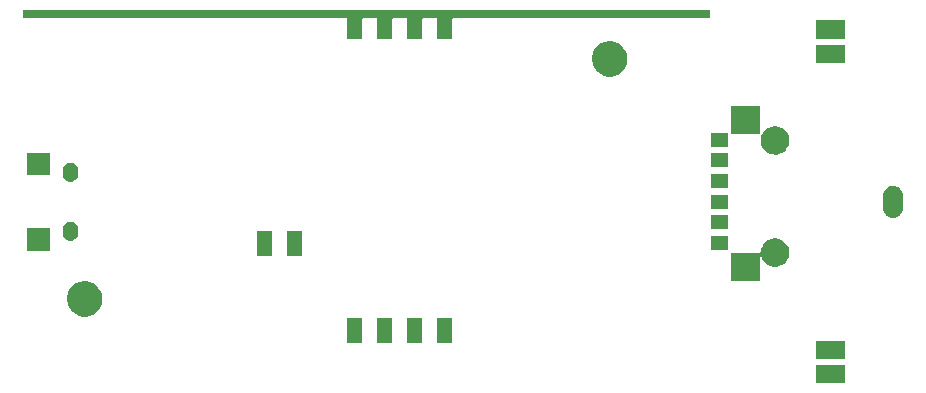
<source format=gts>
G04 #@! TF.FileFunction,Soldermask,Top*
%FSLAX46Y46*%
G04 Gerber Fmt 4.6, Leading zero omitted, Abs format (unit mm)*
G04 Created by KiCad (PCBNEW 4.0.4-stable) date 10/29/16 22:21:33*
%MOMM*%
%LPD*%
G01*
G04 APERTURE LIST*
%ADD10C,0.100000*%
G04 APERTURE END LIST*
D10*
G36*
X169600000Y-99100000D02*
X167200000Y-99100000D01*
X167200000Y-97550000D01*
X169600000Y-97550000D01*
X169600000Y-99100000D01*
X169600000Y-99100000D01*
G37*
G36*
X169600000Y-97050000D02*
X167200000Y-97050000D01*
X167200000Y-95500000D01*
X169600000Y-95500000D01*
X169600000Y-97050000D01*
X169600000Y-97050000D01*
G37*
G36*
X128760000Y-95680000D02*
X127460000Y-95680000D01*
X127460000Y-93580000D01*
X128760000Y-93580000D01*
X128760000Y-95680000D01*
X128760000Y-95680000D01*
G37*
G36*
X133840000Y-95680000D02*
X132540000Y-95680000D01*
X132540000Y-93580000D01*
X133840000Y-93580000D01*
X133840000Y-95680000D01*
X133840000Y-95680000D01*
G37*
G36*
X136380000Y-95680000D02*
X135080000Y-95680000D01*
X135080000Y-93580000D01*
X136380000Y-93580000D01*
X136380000Y-95680000D01*
X136380000Y-95680000D01*
G37*
G36*
X131300000Y-95680000D02*
X130000000Y-95680000D01*
X130000000Y-93580000D01*
X131300000Y-93580000D01*
X131300000Y-95680000D01*
X131300000Y-95680000D01*
G37*
G36*
X105407557Y-90470995D02*
X105695710Y-90530144D01*
X105966888Y-90644137D01*
X106210767Y-90808635D01*
X106418045Y-91017365D01*
X106580832Y-91262381D01*
X106692932Y-91534353D01*
X106749932Y-91822228D01*
X106749932Y-91822249D01*
X106750064Y-91822917D01*
X106745373Y-92158910D01*
X106745221Y-92159578D01*
X106745221Y-92159597D01*
X106680206Y-92445764D01*
X106560555Y-92714505D01*
X106390992Y-92954875D01*
X106177965Y-93157738D01*
X105929587Y-93315363D01*
X105655337Y-93421738D01*
X105365634Y-93472821D01*
X105071533Y-93466659D01*
X104784230Y-93403493D01*
X104514668Y-93285723D01*
X104273114Y-93117839D01*
X104068769Y-92906233D01*
X103909417Y-92658967D01*
X103801125Y-92385455D01*
X103748024Y-92096124D01*
X103752131Y-91801990D01*
X103813292Y-91514245D01*
X103929174Y-91243872D01*
X104095371Y-91001149D01*
X104305544Y-90795333D01*
X104551690Y-90634259D01*
X104824435Y-90524063D01*
X105113392Y-90468941D01*
X105407557Y-90470995D01*
X105407557Y-90470995D01*
G37*
G36*
X163826041Y-86850796D02*
X164056570Y-86898116D01*
X164273512Y-86989310D01*
X164468615Y-87120908D01*
X164634436Y-87287891D01*
X164764666Y-87483904D01*
X164854347Y-87701486D01*
X164899919Y-87931641D01*
X164899919Y-87931666D01*
X164900051Y-87932334D01*
X164896298Y-88201128D01*
X164896147Y-88201791D01*
X164896147Y-88201815D01*
X164844164Y-88430612D01*
X164748445Y-88645603D01*
X164612794Y-88837900D01*
X164442372Y-89000191D01*
X164243669Y-89126291D01*
X164024270Y-89211391D01*
X163792507Y-89252257D01*
X163557226Y-89247328D01*
X163327385Y-89196795D01*
X163111734Y-89102579D01*
X162918491Y-88968272D01*
X162755015Y-88798987D01*
X162627533Y-88601173D01*
X162592978Y-88513898D01*
X162579041Y-88489453D01*
X162558845Y-88469858D01*
X162533991Y-88456665D01*
X162506444Y-88450919D01*
X162478388Y-88453074D01*
X162452042Y-88462961D01*
X162429495Y-88479796D01*
X162412529Y-88502246D01*
X162402490Y-88528533D01*
X162400000Y-88550711D01*
X162400000Y-90450000D01*
X160000000Y-90450000D01*
X160000000Y-88050000D01*
X162401214Y-88050000D01*
X162429073Y-88046041D01*
X162454727Y-88034477D01*
X162476143Y-88016224D01*
X162491626Y-87992728D01*
X162499950Y-87965848D01*
X162501204Y-87951396D01*
X162501704Y-87915592D01*
X162550633Y-87685400D01*
X162643341Y-87469094D01*
X162776296Y-87274919D01*
X162944433Y-87110268D01*
X163141354Y-86981406D01*
X163359547Y-86893250D01*
X163590714Y-86849152D01*
X163826041Y-86850796D01*
X163826041Y-86850796D01*
G37*
G36*
X121140000Y-88350000D02*
X119840000Y-88350000D01*
X119840000Y-86250000D01*
X121140000Y-86250000D01*
X121140000Y-88350000D01*
X121140000Y-88350000D01*
G37*
G36*
X123680000Y-88350000D02*
X122380000Y-88350000D01*
X122380000Y-86250000D01*
X123680000Y-86250000D01*
X123680000Y-88350000D01*
X123680000Y-88350000D01*
G37*
G36*
X102300000Y-87900000D02*
X100400000Y-87900000D01*
X100400000Y-86000000D01*
X102300000Y-86000000D01*
X102300000Y-87900000D01*
X102300000Y-87900000D01*
G37*
G36*
X159700000Y-87850000D02*
X158300000Y-87850000D01*
X158300000Y-86650000D01*
X159700000Y-86650000D01*
X159700000Y-87850000D01*
X159700000Y-87850000D01*
G37*
G36*
X104185629Y-85459901D02*
X104185651Y-85459908D01*
X104185728Y-85459916D01*
X104311573Y-85498871D01*
X104427455Y-85561529D01*
X104528960Y-85645501D01*
X104612222Y-85747590D01*
X104674069Y-85863906D01*
X104712145Y-85990021D01*
X104725000Y-86121129D01*
X104725000Y-86378938D01*
X104724963Y-86384237D01*
X104724962Y-86384243D01*
X104724934Y-86388295D01*
X104710250Y-86519211D01*
X104670416Y-86644782D01*
X104606952Y-86760224D01*
X104522273Y-86861140D01*
X104419605Y-86943687D01*
X104302859Y-87004720D01*
X104176482Y-87041915D01*
X104176419Y-87041921D01*
X104176391Y-87041929D01*
X104045293Y-87053859D01*
X103914371Y-87040099D01*
X103914349Y-87040092D01*
X103914272Y-87040084D01*
X103788427Y-87001129D01*
X103672545Y-86938471D01*
X103571040Y-86854499D01*
X103487778Y-86752410D01*
X103425931Y-86636094D01*
X103387855Y-86509979D01*
X103375000Y-86378871D01*
X103375000Y-86121062D01*
X103375037Y-86115763D01*
X103375038Y-86115757D01*
X103375066Y-86111705D01*
X103389750Y-85980789D01*
X103429584Y-85855218D01*
X103493048Y-85739776D01*
X103577727Y-85638860D01*
X103680395Y-85556313D01*
X103797141Y-85495280D01*
X103923518Y-85458085D01*
X103923581Y-85458079D01*
X103923609Y-85458071D01*
X104054707Y-85446141D01*
X104185629Y-85459901D01*
X104185629Y-85459901D01*
G37*
G36*
X159700000Y-86100000D02*
X158300000Y-86100000D01*
X158300000Y-84900000D01*
X159700000Y-84900000D01*
X159700000Y-86100000D01*
X159700000Y-86100000D01*
G37*
G36*
X173870818Y-82410815D02*
X173870836Y-82410821D01*
X173870916Y-82410829D01*
X174029388Y-82459884D01*
X174175314Y-82538786D01*
X174303135Y-82644529D01*
X174407983Y-82773085D01*
X174485864Y-82919558D01*
X174533812Y-83078369D01*
X174550000Y-83243468D01*
X174550000Y-84256600D01*
X174549946Y-84264342D01*
X174549945Y-84264348D01*
X174549917Y-84268400D01*
X174531425Y-84433257D01*
X174481265Y-84591383D01*
X174401346Y-84736754D01*
X174294714Y-84863834D01*
X174165429Y-84967782D01*
X174018416Y-85044638D01*
X173859274Y-85091476D01*
X173859213Y-85091482D01*
X173859184Y-85091490D01*
X173694071Y-85106516D01*
X173529182Y-85089185D01*
X173529164Y-85089179D01*
X173529084Y-85089171D01*
X173370612Y-85040116D01*
X173224686Y-84961214D01*
X173096865Y-84855471D01*
X172992017Y-84726915D01*
X172914136Y-84580442D01*
X172866188Y-84421631D01*
X172850000Y-84256532D01*
X172850000Y-83243400D01*
X172850054Y-83235658D01*
X172850055Y-83235652D01*
X172850083Y-83231600D01*
X172868575Y-83066743D01*
X172918735Y-82908617D01*
X172998654Y-82763246D01*
X173105286Y-82636166D01*
X173234571Y-82532218D01*
X173381584Y-82455362D01*
X173540726Y-82408524D01*
X173540787Y-82408518D01*
X173540816Y-82408510D01*
X173705929Y-82393484D01*
X173870818Y-82410815D01*
X173870818Y-82410815D01*
G37*
G36*
X159700000Y-84350000D02*
X158300000Y-84350000D01*
X158300000Y-83150000D01*
X159700000Y-83150000D01*
X159700000Y-84350000D01*
X159700000Y-84350000D01*
G37*
G36*
X159700000Y-82600000D02*
X158300000Y-82600000D01*
X158300000Y-81400000D01*
X159700000Y-81400000D01*
X159700000Y-82600000D01*
X159700000Y-82600000D01*
G37*
G36*
X104185629Y-80459901D02*
X104185651Y-80459908D01*
X104185728Y-80459916D01*
X104311573Y-80498871D01*
X104427455Y-80561529D01*
X104528960Y-80645501D01*
X104612222Y-80747590D01*
X104674069Y-80863906D01*
X104712145Y-80990021D01*
X104725000Y-81121129D01*
X104725000Y-81378938D01*
X104724963Y-81384237D01*
X104724962Y-81384243D01*
X104724934Y-81388295D01*
X104710250Y-81519211D01*
X104670416Y-81644782D01*
X104606952Y-81760224D01*
X104522273Y-81861140D01*
X104419605Y-81943687D01*
X104302859Y-82004720D01*
X104176482Y-82041915D01*
X104176419Y-82041921D01*
X104176391Y-82041929D01*
X104045293Y-82053859D01*
X103914371Y-82040099D01*
X103914349Y-82040092D01*
X103914272Y-82040084D01*
X103788427Y-82001129D01*
X103672545Y-81938471D01*
X103571040Y-81854499D01*
X103487778Y-81752410D01*
X103425931Y-81636094D01*
X103387855Y-81509979D01*
X103375000Y-81378871D01*
X103375000Y-81121062D01*
X103375037Y-81115763D01*
X103375038Y-81115757D01*
X103375066Y-81111705D01*
X103389750Y-80980789D01*
X103429584Y-80855218D01*
X103493048Y-80739776D01*
X103577727Y-80638860D01*
X103680395Y-80556313D01*
X103797141Y-80495280D01*
X103923518Y-80458085D01*
X103923581Y-80458079D01*
X103923609Y-80458071D01*
X104054707Y-80446141D01*
X104185629Y-80459901D01*
X104185629Y-80459901D01*
G37*
G36*
X102300000Y-81500000D02*
X100400000Y-81500000D01*
X100400000Y-79600000D01*
X102300000Y-79600000D01*
X102300000Y-81500000D01*
X102300000Y-81500000D01*
G37*
G36*
X159700000Y-80850000D02*
X158300000Y-80850000D01*
X158300000Y-79650000D01*
X159700000Y-79650000D01*
X159700000Y-80850000D01*
X159700000Y-80850000D01*
G37*
G36*
X163826041Y-77350796D02*
X164056570Y-77398116D01*
X164273512Y-77489310D01*
X164468615Y-77620908D01*
X164634436Y-77787891D01*
X164764666Y-77983904D01*
X164854347Y-78201486D01*
X164899919Y-78431641D01*
X164899919Y-78431666D01*
X164900051Y-78432334D01*
X164896298Y-78701128D01*
X164896147Y-78701791D01*
X164896147Y-78701815D01*
X164844164Y-78930612D01*
X164748445Y-79145603D01*
X164612794Y-79337900D01*
X164442372Y-79500191D01*
X164243669Y-79626291D01*
X164024270Y-79711391D01*
X163792507Y-79752257D01*
X163557226Y-79747328D01*
X163327385Y-79696795D01*
X163111734Y-79602579D01*
X162918491Y-79468272D01*
X162755015Y-79298987D01*
X162627533Y-79101173D01*
X162540899Y-78882363D01*
X162498418Y-78650900D01*
X162501704Y-78415592D01*
X162552672Y-78175808D01*
X162552594Y-78175791D01*
X162556257Y-78162223D01*
X162555733Y-78134089D01*
X162555102Y-78132055D01*
X162563487Y-78126952D01*
X162582498Y-78106206D01*
X162591914Y-78089084D01*
X162643341Y-77969094D01*
X162776296Y-77774919D01*
X162944433Y-77610268D01*
X163141354Y-77481406D01*
X163359547Y-77393250D01*
X163590714Y-77349152D01*
X163826041Y-77350796D01*
X163826041Y-77350796D01*
G37*
G36*
X159700000Y-79100000D02*
X158300000Y-79100000D01*
X158300000Y-77900000D01*
X159700000Y-77900000D01*
X159700000Y-79100000D01*
X159700000Y-79100000D01*
G37*
G36*
X162400000Y-78049690D02*
X162400044Y-78050000D01*
X160000000Y-78050000D01*
X160000000Y-75650000D01*
X162400000Y-75650000D01*
X162400000Y-78049690D01*
X162400000Y-78049690D01*
G37*
G36*
X149857557Y-70150995D02*
X150145710Y-70210144D01*
X150416888Y-70324137D01*
X150660767Y-70488635D01*
X150868045Y-70697365D01*
X151030832Y-70942381D01*
X151142932Y-71214353D01*
X151199932Y-71502228D01*
X151199932Y-71502249D01*
X151200064Y-71502917D01*
X151195373Y-71838910D01*
X151195221Y-71839578D01*
X151195221Y-71839597D01*
X151130206Y-72125764D01*
X151010555Y-72394505D01*
X150840992Y-72634875D01*
X150627965Y-72837738D01*
X150379587Y-72995363D01*
X150105337Y-73101738D01*
X149815634Y-73152821D01*
X149521533Y-73146659D01*
X149234230Y-73083493D01*
X148964668Y-72965723D01*
X148723114Y-72797839D01*
X148518769Y-72586233D01*
X148359417Y-72338967D01*
X148251125Y-72065455D01*
X148198024Y-71776124D01*
X148202131Y-71481990D01*
X148263292Y-71194245D01*
X148379174Y-70923872D01*
X148545371Y-70681149D01*
X148755544Y-70475333D01*
X149001690Y-70314259D01*
X149274435Y-70204063D01*
X149563392Y-70148941D01*
X149857557Y-70150995D01*
X149857557Y-70150995D01*
G37*
G36*
X169600000Y-72000000D02*
X167200000Y-72000000D01*
X167200000Y-70450000D01*
X169600000Y-70450000D01*
X169600000Y-72000000D01*
X169600000Y-72000000D01*
G37*
G36*
X158200000Y-68200000D02*
X136480000Y-68200000D01*
X136452141Y-68203959D01*
X136426487Y-68215523D01*
X136405071Y-68233776D01*
X136389588Y-68257272D01*
X136381264Y-68284152D01*
X136380000Y-68300000D01*
X136380000Y-69990000D01*
X135080000Y-69990000D01*
X135080000Y-68300000D01*
X135076041Y-68272141D01*
X135064477Y-68246487D01*
X135046224Y-68225071D01*
X135022728Y-68209588D01*
X134995848Y-68201264D01*
X134980000Y-68200000D01*
X133940000Y-68200000D01*
X133912141Y-68203959D01*
X133886487Y-68215523D01*
X133865071Y-68233776D01*
X133849588Y-68257272D01*
X133841264Y-68284152D01*
X133840000Y-68300000D01*
X133840000Y-69990000D01*
X132540000Y-69990000D01*
X132540000Y-68300000D01*
X132536041Y-68272141D01*
X132524477Y-68246487D01*
X132506224Y-68225071D01*
X132482728Y-68209588D01*
X132455848Y-68201264D01*
X132440000Y-68200000D01*
X131400000Y-68200000D01*
X131372141Y-68203959D01*
X131346487Y-68215523D01*
X131325071Y-68233776D01*
X131309588Y-68257272D01*
X131301264Y-68284152D01*
X131300000Y-68300000D01*
X131300000Y-69990000D01*
X130000000Y-69990000D01*
X130000000Y-68300000D01*
X129996041Y-68272141D01*
X129984477Y-68246487D01*
X129966224Y-68225071D01*
X129942728Y-68209588D01*
X129915848Y-68201264D01*
X129900000Y-68200000D01*
X128860000Y-68200000D01*
X128832141Y-68203959D01*
X128806487Y-68215523D01*
X128785071Y-68233776D01*
X128769588Y-68257272D01*
X128761264Y-68284152D01*
X128760000Y-68300000D01*
X128760000Y-69990000D01*
X127460000Y-69990000D01*
X127460000Y-68300000D01*
X127456041Y-68272141D01*
X127444477Y-68246487D01*
X127426224Y-68225071D01*
X127402728Y-68209588D01*
X127375848Y-68201264D01*
X127360000Y-68200000D01*
X100000000Y-68200000D01*
X100000000Y-67500000D01*
X158200000Y-67500000D01*
X158200000Y-68200000D01*
X158200000Y-68200000D01*
G37*
G36*
X169600000Y-69950000D02*
X167200000Y-69950000D01*
X167200000Y-68400000D01*
X169600000Y-68400000D01*
X169600000Y-69950000D01*
X169600000Y-69950000D01*
G37*
M02*

</source>
